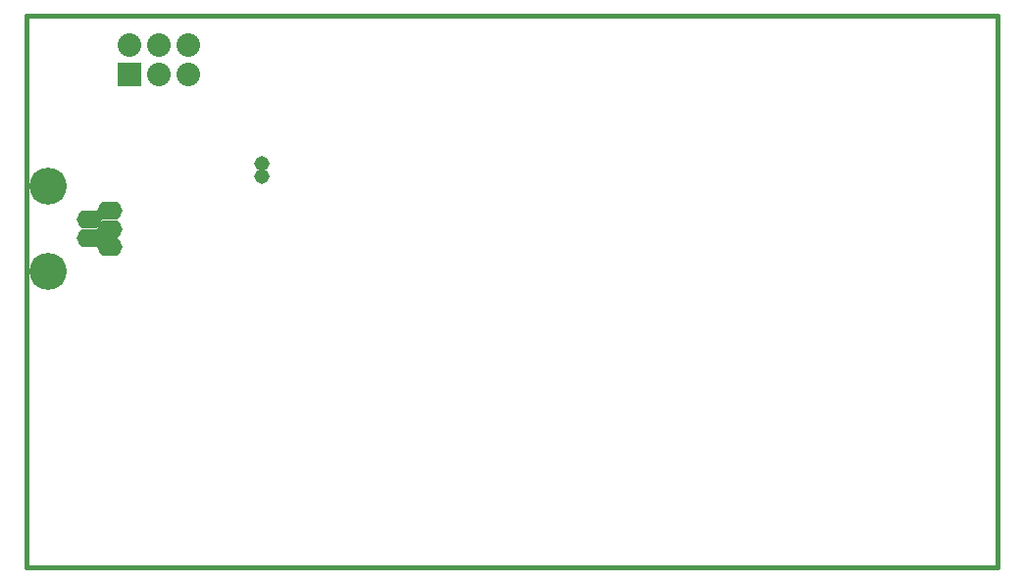
<source format=gbs>
G04 (created by PCBNEW-RS274X (2010-03-14)-final) date Tue 28 Sep 2010 03:27:07 PM CDT*
G01*
G70*
G90*
%MOIN*%
G04 Gerber Fmt 3.4, Leading zero omitted, Abs format*
%FSLAX34Y34*%
G04 APERTURE LIST*
%ADD10C,0.001000*%
%ADD11C,0.015000*%
%ADD12C,0.051500*%
%ADD13R,0.080000X0.080000*%
%ADD14C,0.080000*%
%ADD15O,0.126300X0.126300*%
%ADD16O,0.085000X0.063300*%
G04 APERTURE END LIST*
G54D10*
G54D11*
X44000Y-50750D02*
X77000Y-50750D01*
X77000Y-32000D02*
X44000Y-32000D01*
X44000Y-50750D02*
X44000Y-32000D01*
X77000Y-50750D02*
X77000Y-32000D01*
G54D12*
X52000Y-37033D03*
X52000Y-37467D03*
G54D13*
X47500Y-34000D03*
G54D14*
X47500Y-33000D03*
X48500Y-34000D03*
X48500Y-33000D03*
X49500Y-34000D03*
X49500Y-33000D03*
G54D15*
X44734Y-37813D03*
G54D16*
X46142Y-38935D03*
X46142Y-39565D03*
X46830Y-39880D03*
X46830Y-39250D03*
X46830Y-38620D03*
G54D15*
X44734Y-40687D03*
M02*

</source>
